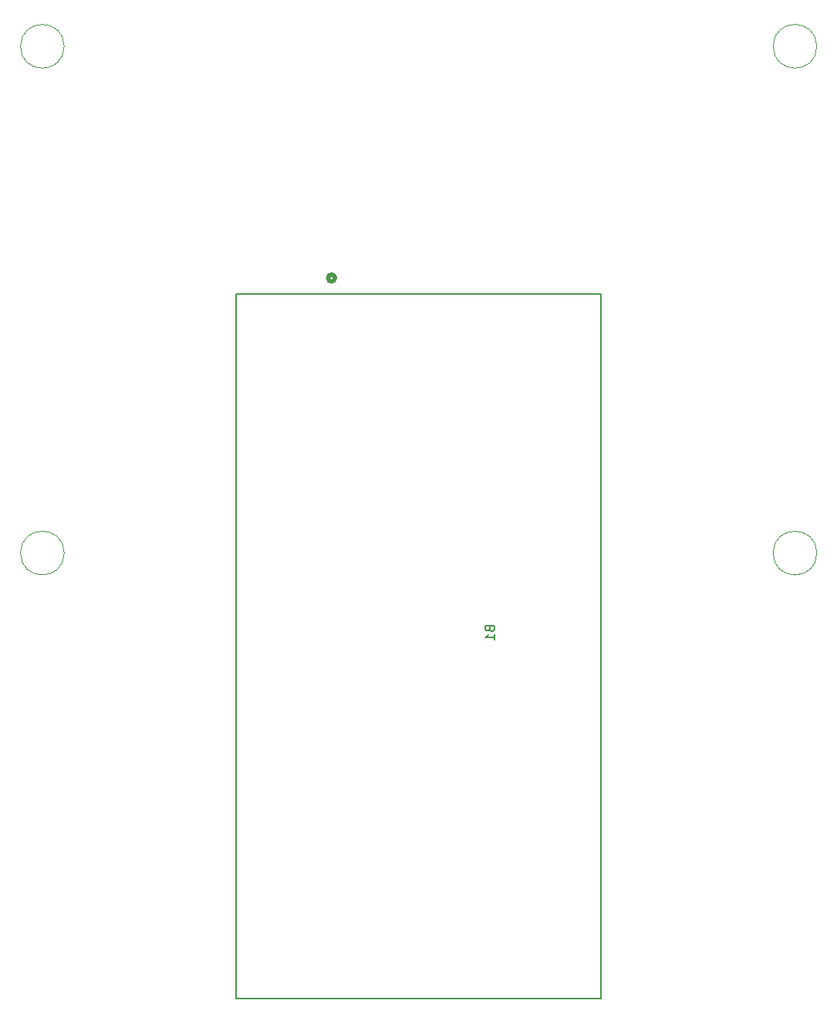
<source format=gbr>
%TF.GenerationSoftware,KiCad,Pcbnew,8.0.0*%
%TF.CreationDate,2024-03-04T15:47:03-08:00*%
%TF.ProjectId,ee110_alpha_board,65653131-305f-4616-9c70-68615f626f61,0.1*%
%TF.SameCoordinates,Original*%
%TF.FileFunction,Legend,Bot*%
%TF.FilePolarity,Positive*%
%FSLAX46Y46*%
G04 Gerber Fmt 4.6, Leading zero omitted, Abs format (unit mm)*
G04 Created by KiCad (PCBNEW 8.0.0) date 2024-03-04 15:47:03*
%MOMM*%
%LPD*%
G01*
G04 APERTURE LIST*
%ADD10C,0.150000*%
%ADD11C,0.120000*%
%ADD12C,0.152400*%
%ADD13C,0.508000*%
G04 APERTURE END LIST*
D10*
X94223739Y-100268138D02*
X94271358Y-100410995D01*
X94271358Y-100410995D02*
X94318977Y-100458614D01*
X94318977Y-100458614D02*
X94414215Y-100506233D01*
X94414215Y-100506233D02*
X94557072Y-100506233D01*
X94557072Y-100506233D02*
X94652310Y-100458614D01*
X94652310Y-100458614D02*
X94699930Y-100410995D01*
X94699930Y-100410995D02*
X94747549Y-100315757D01*
X94747549Y-100315757D02*
X94747549Y-99934805D01*
X94747549Y-99934805D02*
X93747549Y-99934805D01*
X93747549Y-99934805D02*
X93747549Y-100268138D01*
X93747549Y-100268138D02*
X93795168Y-100363376D01*
X93795168Y-100363376D02*
X93842787Y-100410995D01*
X93842787Y-100410995D02*
X93938025Y-100458614D01*
X93938025Y-100458614D02*
X94033263Y-100458614D01*
X94033263Y-100458614D02*
X94128501Y-100410995D01*
X94128501Y-100410995D02*
X94176120Y-100363376D01*
X94176120Y-100363376D02*
X94223739Y-100268138D01*
X94223739Y-100268138D02*
X94223739Y-99934805D01*
X94747549Y-101458614D02*
X94747549Y-100887186D01*
X94747549Y-101172900D02*
X93747549Y-101172900D01*
X93747549Y-101172900D02*
X93890406Y-101077662D01*
X93890406Y-101077662D02*
X93985644Y-100982424D01*
X93985644Y-100982424D02*
X94033263Y-100887186D01*
D11*
%TO.C,DS1*%
X47520000Y-36335000D02*
G75*
G02*
X42720000Y-36335000I-2400000J0D01*
G01*
X42720000Y-36335000D02*
G75*
G02*
X47520000Y-36335000I2400000J0D01*
G01*
X47520000Y-91935000D02*
G75*
G02*
X42720000Y-91935000I-2400000J0D01*
G01*
X42720000Y-91935000D02*
G75*
G02*
X47520000Y-91935000I2400000J0D01*
G01*
X130120000Y-36335000D02*
G75*
G02*
X125320000Y-36335000I-2400000J0D01*
G01*
X125320000Y-36335000D02*
G75*
G02*
X130120000Y-36335000I2400000J0D01*
G01*
X130120000Y-91935000D02*
G75*
G02*
X125320000Y-91935000I-2400000J0D01*
G01*
X125320000Y-91935000D02*
G75*
G02*
X130120000Y-91935000I2400000J0D01*
G01*
D12*
%TO.C,B1*%
X66404800Y-63538100D02*
X66404800Y-140855700D01*
X66404800Y-140855700D02*
X106435200Y-140855700D01*
X106435200Y-63538100D02*
X66404800Y-63538100D01*
X106435200Y-140855700D02*
X106435200Y-63538100D01*
D13*
X77237900Y-61760100D02*
G75*
G02*
X76475900Y-61760100I-381000J0D01*
G01*
X76475900Y-61760100D02*
G75*
G02*
X77237900Y-61760100I381000J0D01*
G01*
%TD*%
M02*

</source>
